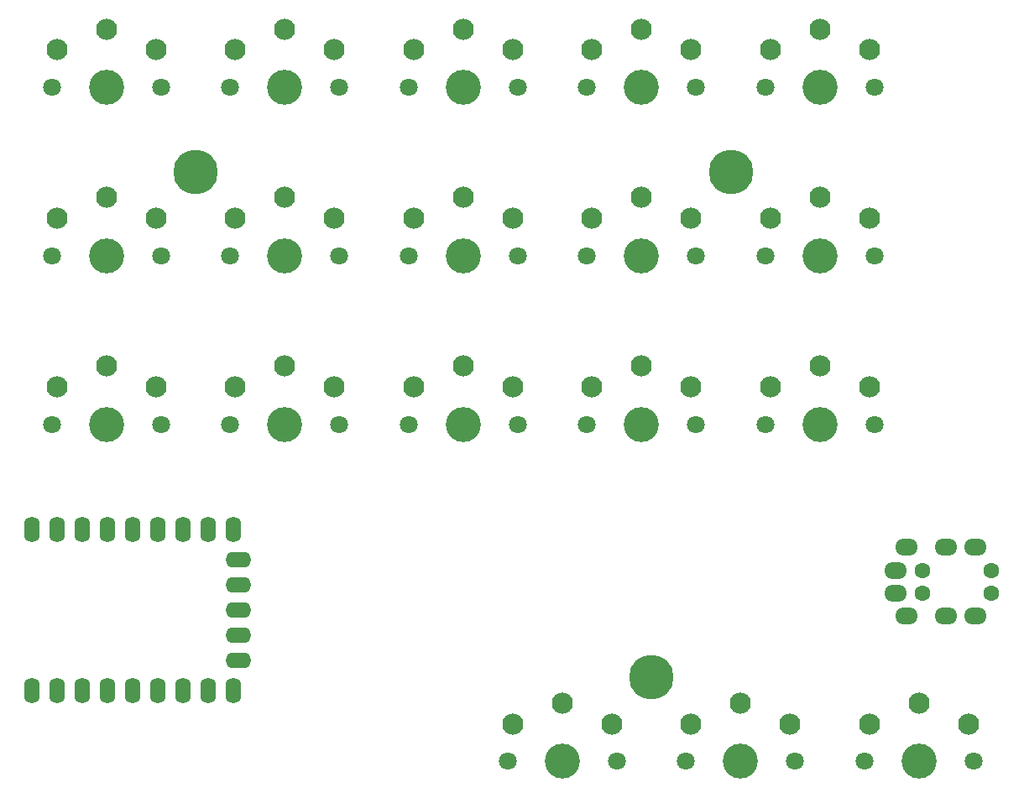
<source format=gts>
%TF.GenerationSoftware,KiCad,Pcbnew,7.0.1*%
%TF.CreationDate,2023-04-30T18:57:05-04:00*%
%TF.ProjectId,mosaic,6d6f7361-6963-42e6-9b69-6361645f7063,v1.0.0*%
%TF.SameCoordinates,Original*%
%TF.FileFunction,Soldermask,Top*%
%TF.FilePolarity,Negative*%
%FSLAX46Y46*%
G04 Gerber Fmt 4.6, Leading zero omitted, Abs format (unit mm)*
G04 Created by KiCad (PCBNEW 7.0.1) date 2023-04-30 18:57:05*
%MOMM*%
%LPD*%
G01*
G04 APERTURE LIST*
%ADD10C,3.529000*%
%ADD11C,1.801800*%
%ADD12C,2.132000*%
%ADD13O,1.600000X2.600000*%
%ADD14O,2.600000X1.600000*%
%ADD15C,1.600000*%
%ADD16O,2.300000X1.700000*%
%ADD17C,0.800000*%
%ADD18C,4.500000*%
G04 APERTURE END LIST*
D10*
%TO.C,S1*%
X144000000Y-136000000D03*
D11*
X149500000Y-136000000D03*
X138500000Y-136000000D03*
D12*
X149000000Y-132200000D03*
X144000000Y-130100000D03*
X139000000Y-132200000D03*
X144000000Y-130100000D03*
%TD*%
D10*
%TO.C,S2*%
X144000000Y-119000000D03*
D11*
X149500000Y-119000000D03*
X138500000Y-119000000D03*
D12*
X149000000Y-115200000D03*
X144000000Y-113100000D03*
X139000000Y-115200000D03*
X144000000Y-113100000D03*
%TD*%
D10*
%TO.C,S3*%
X144000000Y-102000000D03*
D11*
X149500000Y-102000000D03*
X138500000Y-102000000D03*
D12*
X149000000Y-98200000D03*
X144000000Y-96100000D03*
X139000000Y-98200000D03*
X144000000Y-96100000D03*
%TD*%
D10*
%TO.C,S4*%
X162000000Y-136000000D03*
D11*
X167500000Y-136000000D03*
X156500000Y-136000000D03*
D12*
X167000000Y-132200000D03*
X162000000Y-130100000D03*
X157000000Y-132200000D03*
X162000000Y-130100000D03*
%TD*%
D10*
%TO.C,S5*%
X162000000Y-119000000D03*
D11*
X167500000Y-119000000D03*
X156500000Y-119000000D03*
D12*
X167000000Y-115200000D03*
X162000000Y-113100000D03*
X157000000Y-115200000D03*
X162000000Y-113100000D03*
%TD*%
D10*
%TO.C,S6*%
X162000000Y-102000000D03*
D11*
X167500000Y-102000000D03*
X156500000Y-102000000D03*
D12*
X167000000Y-98200000D03*
X162000000Y-96100000D03*
X157000000Y-98200000D03*
X162000000Y-96100000D03*
%TD*%
D10*
%TO.C,S7*%
X180000000Y-136000000D03*
D11*
X185500000Y-136000000D03*
X174500000Y-136000000D03*
D12*
X185000000Y-132200000D03*
X180000000Y-130100000D03*
X175000000Y-132200000D03*
X180000000Y-130100000D03*
%TD*%
D10*
%TO.C,S8*%
X180000000Y-119000000D03*
D11*
X185500000Y-119000000D03*
X174500000Y-119000000D03*
D12*
X185000000Y-115200000D03*
X180000000Y-113100000D03*
X175000000Y-115200000D03*
X180000000Y-113100000D03*
%TD*%
D10*
%TO.C,S9*%
X180000000Y-102000000D03*
D11*
X185500000Y-102000000D03*
X174500000Y-102000000D03*
D12*
X185000000Y-98200000D03*
X180000000Y-96100000D03*
X175000000Y-98200000D03*
X180000000Y-96100000D03*
%TD*%
D10*
%TO.C,S10*%
X198000000Y-136000000D03*
D11*
X203500000Y-136000000D03*
X192500000Y-136000000D03*
D12*
X203000000Y-132200000D03*
X198000000Y-130100000D03*
X193000000Y-132200000D03*
X198000000Y-130100000D03*
%TD*%
D10*
%TO.C,S11*%
X198000000Y-119000000D03*
D11*
X203500000Y-119000000D03*
X192500000Y-119000000D03*
D12*
X203000000Y-115200000D03*
X198000000Y-113100000D03*
X193000000Y-115200000D03*
X198000000Y-113100000D03*
%TD*%
D10*
%TO.C,S12*%
X198000000Y-102000000D03*
D11*
X203500000Y-102000000D03*
X192500000Y-102000000D03*
D12*
X203000000Y-98200000D03*
X198000000Y-96100000D03*
X193000000Y-98200000D03*
X198000000Y-96100000D03*
%TD*%
D10*
%TO.C,S13*%
X216000000Y-136000000D03*
D11*
X221500000Y-136000000D03*
X210500000Y-136000000D03*
D12*
X221000000Y-132200000D03*
X216000000Y-130100000D03*
X211000000Y-132200000D03*
X216000000Y-130100000D03*
%TD*%
D10*
%TO.C,S14*%
X216000000Y-119000000D03*
D11*
X221500000Y-119000000D03*
X210500000Y-119000000D03*
D12*
X221000000Y-115200000D03*
X216000000Y-113100000D03*
X211000000Y-115200000D03*
X216000000Y-113100000D03*
%TD*%
D10*
%TO.C,S15*%
X216000000Y-102000000D03*
D11*
X221500000Y-102000000D03*
X210500000Y-102000000D03*
D12*
X221000000Y-98200000D03*
X216000000Y-96100000D03*
X211000000Y-98200000D03*
X216000000Y-96100000D03*
%TD*%
D10*
%TO.C,S16*%
X189990000Y-170000000D03*
D11*
X195490000Y-170000000D03*
X184490000Y-170000000D03*
D12*
X194990000Y-166200000D03*
X189990000Y-164100000D03*
X184990000Y-166200000D03*
X189990000Y-164100000D03*
%TD*%
D10*
%TO.C,S17*%
X207990000Y-170000000D03*
D11*
X213490000Y-170000000D03*
X202490000Y-170000000D03*
D12*
X212990000Y-166200000D03*
X207990000Y-164100000D03*
X202990000Y-166200000D03*
X207990000Y-164100000D03*
%TD*%
D10*
%TO.C,S18*%
X225990000Y-170000000D03*
D11*
X231490000Y-170000000D03*
X220490000Y-170000000D03*
D12*
X230990000Y-166200000D03*
X225990000Y-164100000D03*
X220990000Y-166200000D03*
X225990000Y-164100000D03*
%TD*%
D13*
%TO.C,*%
X136540000Y-146580000D03*
X139080000Y-146580000D03*
X141620000Y-146580000D03*
X144160000Y-146580000D03*
X146700000Y-146580000D03*
X149240000Y-146580000D03*
X151780000Y-146580000D03*
X154320000Y-146580000D03*
X156860000Y-146580000D03*
D14*
X157360000Y-149620000D03*
X157360000Y-152160000D03*
X157360000Y-154700000D03*
X157360000Y-157240000D03*
X157360000Y-159780000D03*
D13*
X156860000Y-162820000D03*
X154320000Y-162820000D03*
X151780000Y-162820000D03*
X149240000Y-162820000D03*
X146700000Y-162820000D03*
X144160000Y-162820000D03*
X141620000Y-162820000D03*
X139080000Y-162820000D03*
X136540000Y-162820000D03*
%TD*%
D15*
%TO.C,TRRS1*%
X226300000Y-150700000D03*
X233300000Y-150700000D03*
X226300000Y-153000000D03*
X233300000Y-153000000D03*
D16*
X223600000Y-150700000D03*
X224700000Y-155300000D03*
X228700000Y-155300000D03*
X231700000Y-155300000D03*
X223600000Y-153000000D03*
X224700000Y-148400000D03*
X228700000Y-148400000D03*
X231700000Y-148400000D03*
%TD*%
D17*
%TO.C,_2*%
X154166726Y-111666726D03*
D18*
X153000000Y-110500000D03*
D17*
X153000000Y-112150000D03*
X154166726Y-109333274D03*
X151350000Y-110500000D03*
X151833274Y-109333274D03*
X151833274Y-111666726D03*
X154650000Y-110500000D03*
X153000000Y-108850000D03*
%TD*%
%TO.C,_3*%
X200156726Y-162666726D03*
D18*
X198990000Y-161500000D03*
D17*
X198990000Y-163150000D03*
X200156726Y-160333274D03*
X197340000Y-161500000D03*
X197823274Y-160333274D03*
X197823274Y-162666726D03*
X200640000Y-161500000D03*
X198990000Y-159850000D03*
%TD*%
%TO.C,_4*%
X208166726Y-111666726D03*
D18*
X207000000Y-110500000D03*
D17*
X207000000Y-112150000D03*
X208166726Y-109333274D03*
X205350000Y-110500000D03*
X205833274Y-109333274D03*
X205833274Y-111666726D03*
X208650000Y-110500000D03*
X207000000Y-108850000D03*
%TD*%
M02*

</source>
